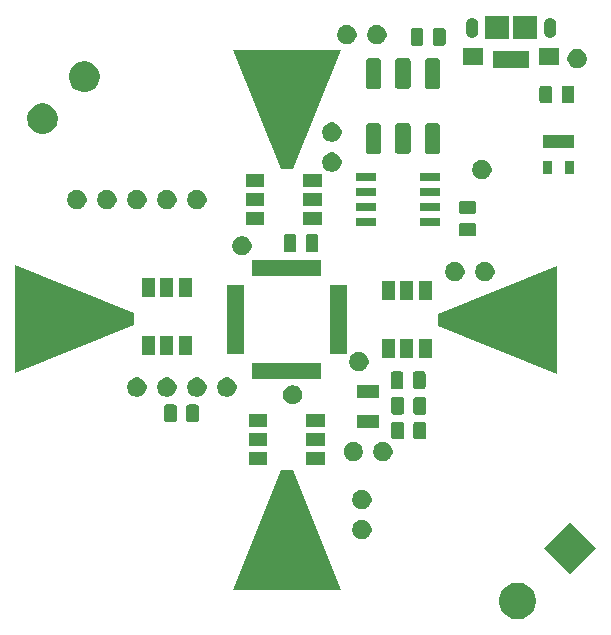
<source format=gbr>
G04 #@! TF.GenerationSoftware,KiCad,Pcbnew,(5.0.1-3-g963ef8bb5)*
G04 #@! TF.CreationDate,2019-03-08T12:42:58-05:00*
G04 #@! TF.ProjectId,badge,62616467652E6B696361645F70636200,rev?*
G04 #@! TF.SameCoordinates,Original*
G04 #@! TF.FileFunction,Soldermask,Top*
G04 #@! TF.FilePolarity,Negative*
%FSLAX46Y46*%
G04 Gerber Fmt 4.6, Leading zero omitted, Abs format (unit mm)*
G04 Created by KiCad (PCBNEW (5.0.1-3-g963ef8bb5)) date Friday, March 08, 2019 at 12:42:58 PM*
%MOMM*%
%LPD*%
G01*
G04 APERTURE LIST*
%ADD10C,0.100000*%
G04 APERTURE END LIST*
D10*
G36*
X174797409Y-116292259D02*
X174897292Y-116312127D01*
X175179556Y-116429044D01*
X175433587Y-116598782D01*
X175649623Y-116814818D01*
X175819361Y-117068849D01*
X175936278Y-117351113D01*
X175995882Y-117650763D01*
X175995882Y-117956283D01*
X175936278Y-118255933D01*
X175819361Y-118538197D01*
X175649623Y-118792228D01*
X175433587Y-119008264D01*
X175179556Y-119178002D01*
X174897292Y-119294919D01*
X174797409Y-119314787D01*
X174597644Y-119354523D01*
X174292120Y-119354523D01*
X174092355Y-119314787D01*
X173992472Y-119294919D01*
X173710208Y-119178002D01*
X173456177Y-119008264D01*
X173240141Y-118792228D01*
X173070403Y-118538197D01*
X172953486Y-118255933D01*
X172893882Y-117956283D01*
X172893882Y-117650763D01*
X172953486Y-117351113D01*
X173070403Y-117068849D01*
X173240141Y-116814818D01*
X173456177Y-116598782D01*
X173710208Y-116429044D01*
X173992472Y-116312127D01*
X174092355Y-116292259D01*
X174292120Y-116252523D01*
X174597644Y-116252523D01*
X174797409Y-116292259D01*
X174797409Y-116292259D01*
G37*
G36*
X159515329Y-116836400D02*
X150364671Y-116836400D01*
X154405471Y-106734400D01*
X155474529Y-106734400D01*
X159515329Y-116836400D01*
X159515329Y-116836400D01*
G37*
G36*
X181128456Y-113313395D02*
X178935010Y-115506841D01*
X176741564Y-113313395D01*
X178935010Y-111119949D01*
X181128456Y-113313395D01*
X181128456Y-113313395D01*
G37*
G36*
X161527142Y-110978242D02*
X161675102Y-111039530D01*
X161808258Y-111128502D01*
X161921498Y-111241742D01*
X162010470Y-111374898D01*
X162071758Y-111522858D01*
X162103000Y-111679925D01*
X162103000Y-111840075D01*
X162071758Y-111997142D01*
X162010470Y-112145102D01*
X161921498Y-112278258D01*
X161808258Y-112391498D01*
X161675102Y-112480470D01*
X161527142Y-112541758D01*
X161370075Y-112573000D01*
X161209925Y-112573000D01*
X161052858Y-112541758D01*
X160904898Y-112480470D01*
X160771742Y-112391498D01*
X160658502Y-112278258D01*
X160569530Y-112145102D01*
X160508242Y-111997142D01*
X160477000Y-111840075D01*
X160477000Y-111679925D01*
X160508242Y-111522858D01*
X160569530Y-111374898D01*
X160658502Y-111241742D01*
X160771742Y-111128502D01*
X160904898Y-111039530D01*
X161052858Y-110978242D01*
X161209925Y-110947000D01*
X161370075Y-110947000D01*
X161527142Y-110978242D01*
X161527142Y-110978242D01*
G37*
G36*
X161527142Y-108438242D02*
X161675102Y-108499530D01*
X161808258Y-108588502D01*
X161921498Y-108701742D01*
X162010470Y-108834898D01*
X162071758Y-108982858D01*
X162103000Y-109139925D01*
X162103000Y-109300075D01*
X162071758Y-109457142D01*
X162010470Y-109605102D01*
X161921498Y-109738258D01*
X161808258Y-109851498D01*
X161675102Y-109940470D01*
X161527142Y-110001758D01*
X161370075Y-110033000D01*
X161209925Y-110033000D01*
X161052858Y-110001758D01*
X160904898Y-109940470D01*
X160771742Y-109851498D01*
X160658502Y-109738258D01*
X160569530Y-109605102D01*
X160508242Y-109457142D01*
X160477000Y-109300075D01*
X160477000Y-109139925D01*
X160508242Y-108982858D01*
X160569530Y-108834898D01*
X160658502Y-108701742D01*
X160771742Y-108588502D01*
X160904898Y-108499530D01*
X161052858Y-108438242D01*
X161209925Y-108407000D01*
X161370075Y-108407000D01*
X161527142Y-108438242D01*
X161527142Y-108438242D01*
G37*
G36*
X158191000Y-106291000D02*
X156589000Y-106291000D01*
X156589000Y-105189000D01*
X158191000Y-105189000D01*
X158191000Y-106291000D01*
X158191000Y-106291000D01*
G37*
G36*
X153291000Y-106291000D02*
X151689000Y-106291000D01*
X151689000Y-105189000D01*
X153291000Y-105189000D01*
X153291000Y-106291000D01*
X153291000Y-106291000D01*
G37*
G36*
X163305142Y-104374242D02*
X163453102Y-104435530D01*
X163586258Y-104524502D01*
X163699498Y-104637742D01*
X163788470Y-104770898D01*
X163849758Y-104918858D01*
X163881000Y-105075925D01*
X163881000Y-105236075D01*
X163849758Y-105393142D01*
X163788470Y-105541102D01*
X163699498Y-105674258D01*
X163586258Y-105787498D01*
X163453102Y-105876470D01*
X163305142Y-105937758D01*
X163148075Y-105969000D01*
X162987925Y-105969000D01*
X162830858Y-105937758D01*
X162682898Y-105876470D01*
X162549742Y-105787498D01*
X162436502Y-105674258D01*
X162347530Y-105541102D01*
X162286242Y-105393142D01*
X162255000Y-105236075D01*
X162255000Y-105075925D01*
X162286242Y-104918858D01*
X162347530Y-104770898D01*
X162436502Y-104637742D01*
X162549742Y-104524502D01*
X162682898Y-104435530D01*
X162830858Y-104374242D01*
X162987925Y-104343000D01*
X163148075Y-104343000D01*
X163305142Y-104374242D01*
X163305142Y-104374242D01*
G37*
G36*
X160790542Y-104374242D02*
X160938502Y-104435530D01*
X161071658Y-104524502D01*
X161184898Y-104637742D01*
X161273870Y-104770898D01*
X161335158Y-104918858D01*
X161366400Y-105075925D01*
X161366400Y-105236075D01*
X161335158Y-105393142D01*
X161273870Y-105541102D01*
X161184898Y-105674258D01*
X161071658Y-105787498D01*
X160938502Y-105876470D01*
X160790542Y-105937758D01*
X160633475Y-105969000D01*
X160473325Y-105969000D01*
X160316258Y-105937758D01*
X160168298Y-105876470D01*
X160035142Y-105787498D01*
X159921902Y-105674258D01*
X159832930Y-105541102D01*
X159771642Y-105393142D01*
X159740400Y-105236075D01*
X159740400Y-105075925D01*
X159771642Y-104918858D01*
X159832930Y-104770898D01*
X159921902Y-104637742D01*
X160035142Y-104524502D01*
X160168298Y-104435530D01*
X160316258Y-104374242D01*
X160473325Y-104343000D01*
X160633475Y-104343000D01*
X160790542Y-104374242D01*
X160790542Y-104374242D01*
G37*
G36*
X158191000Y-104691000D02*
X156589000Y-104691000D01*
X156589000Y-103589000D01*
X158191000Y-103589000D01*
X158191000Y-104691000D01*
X158191000Y-104691000D01*
G37*
G36*
X153291000Y-104691000D02*
X151689000Y-104691000D01*
X151689000Y-103589000D01*
X153291000Y-103589000D01*
X153291000Y-104691000D01*
X153291000Y-104691000D01*
G37*
G36*
X166561866Y-102631565D02*
X166600537Y-102643296D01*
X166636179Y-102662348D01*
X166667417Y-102687983D01*
X166693052Y-102719221D01*
X166712104Y-102754863D01*
X166723835Y-102793534D01*
X166728400Y-102839888D01*
X166728400Y-103916112D01*
X166723835Y-103962466D01*
X166712104Y-104001137D01*
X166693052Y-104036779D01*
X166667417Y-104068017D01*
X166636179Y-104093652D01*
X166600537Y-104112704D01*
X166561866Y-104124435D01*
X166515512Y-104129000D01*
X165864288Y-104129000D01*
X165817934Y-104124435D01*
X165779263Y-104112704D01*
X165743621Y-104093652D01*
X165712383Y-104068017D01*
X165686748Y-104036779D01*
X165667696Y-104001137D01*
X165655965Y-103962466D01*
X165651400Y-103916112D01*
X165651400Y-102839888D01*
X165655965Y-102793534D01*
X165667696Y-102754863D01*
X165686748Y-102719221D01*
X165712383Y-102687983D01*
X165743621Y-102662348D01*
X165779263Y-102643296D01*
X165817934Y-102631565D01*
X165864288Y-102627000D01*
X166515512Y-102627000D01*
X166561866Y-102631565D01*
X166561866Y-102631565D01*
G37*
G36*
X164686866Y-102631565D02*
X164725537Y-102643296D01*
X164761179Y-102662348D01*
X164792417Y-102687983D01*
X164818052Y-102719221D01*
X164837104Y-102754863D01*
X164848835Y-102793534D01*
X164853400Y-102839888D01*
X164853400Y-103916112D01*
X164848835Y-103962466D01*
X164837104Y-104001137D01*
X164818052Y-104036779D01*
X164792417Y-104068017D01*
X164761179Y-104093652D01*
X164725537Y-104112704D01*
X164686866Y-104124435D01*
X164640512Y-104129000D01*
X163989288Y-104129000D01*
X163942934Y-104124435D01*
X163904263Y-104112704D01*
X163868621Y-104093652D01*
X163837383Y-104068017D01*
X163811748Y-104036779D01*
X163792696Y-104001137D01*
X163780965Y-103962466D01*
X163776400Y-103916112D01*
X163776400Y-102839888D01*
X163780965Y-102793534D01*
X163792696Y-102754863D01*
X163811748Y-102719221D01*
X163837383Y-102687983D01*
X163868621Y-102662348D01*
X163904263Y-102643296D01*
X163942934Y-102631565D01*
X163989288Y-102627000D01*
X164640512Y-102627000D01*
X164686866Y-102631565D01*
X164686866Y-102631565D01*
G37*
G36*
X162749000Y-103147000D02*
X160847000Y-103147000D01*
X160847000Y-102045000D01*
X162749000Y-102045000D01*
X162749000Y-103147000D01*
X162749000Y-103147000D01*
G37*
G36*
X153291000Y-103091000D02*
X151689000Y-103091000D01*
X151689000Y-101989000D01*
X153291000Y-101989000D01*
X153291000Y-103091000D01*
X153291000Y-103091000D01*
G37*
G36*
X158191000Y-103091000D02*
X156589000Y-103091000D01*
X156589000Y-101989000D01*
X158191000Y-101989000D01*
X158191000Y-103091000D01*
X158191000Y-103091000D01*
G37*
G36*
X147310966Y-101171065D02*
X147349637Y-101182796D01*
X147385279Y-101201848D01*
X147416517Y-101227483D01*
X147442152Y-101258721D01*
X147461204Y-101294363D01*
X147472935Y-101333034D01*
X147477500Y-101379388D01*
X147477500Y-102455612D01*
X147472935Y-102501966D01*
X147461204Y-102540637D01*
X147442152Y-102576279D01*
X147416517Y-102607517D01*
X147385279Y-102633152D01*
X147349637Y-102652204D01*
X147310966Y-102663935D01*
X147264612Y-102668500D01*
X146613388Y-102668500D01*
X146567034Y-102663935D01*
X146528363Y-102652204D01*
X146492721Y-102633152D01*
X146461483Y-102607517D01*
X146435848Y-102576279D01*
X146416796Y-102540637D01*
X146405065Y-102501966D01*
X146400500Y-102455612D01*
X146400500Y-101379388D01*
X146405065Y-101333034D01*
X146416796Y-101294363D01*
X146435848Y-101258721D01*
X146461483Y-101227483D01*
X146492721Y-101201848D01*
X146528363Y-101182796D01*
X146567034Y-101171065D01*
X146613388Y-101166500D01*
X147264612Y-101166500D01*
X147310966Y-101171065D01*
X147310966Y-101171065D01*
G37*
G36*
X145435966Y-101171065D02*
X145474637Y-101182796D01*
X145510279Y-101201848D01*
X145541517Y-101227483D01*
X145567152Y-101258721D01*
X145586204Y-101294363D01*
X145597935Y-101333034D01*
X145602500Y-101379388D01*
X145602500Y-102455612D01*
X145597935Y-102501966D01*
X145586204Y-102540637D01*
X145567152Y-102576279D01*
X145541517Y-102607517D01*
X145510279Y-102633152D01*
X145474637Y-102652204D01*
X145435966Y-102663935D01*
X145389612Y-102668500D01*
X144738388Y-102668500D01*
X144692034Y-102663935D01*
X144653363Y-102652204D01*
X144617721Y-102633152D01*
X144586483Y-102607517D01*
X144560848Y-102576279D01*
X144541796Y-102540637D01*
X144530065Y-102501966D01*
X144525500Y-102455612D01*
X144525500Y-101379388D01*
X144530065Y-101333034D01*
X144541796Y-101294363D01*
X144560848Y-101258721D01*
X144586483Y-101227483D01*
X144617721Y-101201848D01*
X144653363Y-101182796D01*
X144692034Y-101171065D01*
X144738388Y-101166500D01*
X145389612Y-101166500D01*
X145435966Y-101171065D01*
X145435966Y-101171065D01*
G37*
G36*
X166561966Y-100523365D02*
X166600637Y-100535096D01*
X166636279Y-100554148D01*
X166667517Y-100579783D01*
X166693152Y-100611021D01*
X166712204Y-100646663D01*
X166723935Y-100685334D01*
X166728500Y-100731688D01*
X166728500Y-101807912D01*
X166723935Y-101854266D01*
X166712204Y-101892937D01*
X166693152Y-101928579D01*
X166667517Y-101959817D01*
X166636279Y-101985452D01*
X166600637Y-102004504D01*
X166561966Y-102016235D01*
X166515612Y-102020800D01*
X165864388Y-102020800D01*
X165818034Y-102016235D01*
X165779363Y-102004504D01*
X165743721Y-101985452D01*
X165712483Y-101959817D01*
X165686848Y-101928579D01*
X165667796Y-101892937D01*
X165656065Y-101854266D01*
X165651500Y-101807912D01*
X165651500Y-100731688D01*
X165656065Y-100685334D01*
X165667796Y-100646663D01*
X165686848Y-100611021D01*
X165712483Y-100579783D01*
X165743721Y-100554148D01*
X165779363Y-100535096D01*
X165818034Y-100523365D01*
X165864388Y-100518800D01*
X166515612Y-100518800D01*
X166561966Y-100523365D01*
X166561966Y-100523365D01*
G37*
G36*
X164686966Y-100523365D02*
X164725637Y-100535096D01*
X164761279Y-100554148D01*
X164792517Y-100579783D01*
X164818152Y-100611021D01*
X164837204Y-100646663D01*
X164848935Y-100685334D01*
X164853500Y-100731688D01*
X164853500Y-101807912D01*
X164848935Y-101854266D01*
X164837204Y-101892937D01*
X164818152Y-101928579D01*
X164792517Y-101959817D01*
X164761279Y-101985452D01*
X164725637Y-102004504D01*
X164686966Y-102016235D01*
X164640612Y-102020800D01*
X163989388Y-102020800D01*
X163943034Y-102016235D01*
X163904363Y-102004504D01*
X163868721Y-101985452D01*
X163837483Y-101959817D01*
X163811848Y-101928579D01*
X163792796Y-101892937D01*
X163781065Y-101854266D01*
X163776500Y-101807912D01*
X163776500Y-100731688D01*
X163781065Y-100685334D01*
X163792796Y-100646663D01*
X163811848Y-100611021D01*
X163837483Y-100579783D01*
X163868721Y-100554148D01*
X163904363Y-100535096D01*
X163943034Y-100523365D01*
X163989388Y-100518800D01*
X164640612Y-100518800D01*
X164686966Y-100523365D01*
X164686966Y-100523365D01*
G37*
G36*
X155662142Y-99568242D02*
X155810102Y-99629530D01*
X155833371Y-99645078D01*
X155943257Y-99718501D01*
X156056499Y-99831743D01*
X156073125Y-99856626D01*
X156145470Y-99964898D01*
X156206758Y-100112858D01*
X156238000Y-100269925D01*
X156238000Y-100430075D01*
X156206758Y-100587142D01*
X156145470Y-100735102D01*
X156056498Y-100868258D01*
X155943258Y-100981498D01*
X155810102Y-101070470D01*
X155662142Y-101131758D01*
X155505075Y-101163000D01*
X155344925Y-101163000D01*
X155187858Y-101131758D01*
X155039898Y-101070470D01*
X154906742Y-100981498D01*
X154793502Y-100868258D01*
X154704530Y-100735102D01*
X154643242Y-100587142D01*
X154612000Y-100430075D01*
X154612000Y-100269925D01*
X154643242Y-100112858D01*
X154704530Y-99964898D01*
X154776875Y-99856626D01*
X154793501Y-99831743D01*
X154906743Y-99718501D01*
X155016629Y-99645078D01*
X155039898Y-99629530D01*
X155187858Y-99568242D01*
X155344925Y-99537000D01*
X155505075Y-99537000D01*
X155662142Y-99568242D01*
X155662142Y-99568242D01*
G37*
G36*
X162749000Y-100647000D02*
X160847000Y-100647000D01*
X160847000Y-99545000D01*
X162749000Y-99545000D01*
X162749000Y-100647000D01*
X162749000Y-100647000D01*
G37*
G36*
X142477142Y-98913242D02*
X142625102Y-98974530D01*
X142758258Y-99063502D01*
X142871498Y-99176742D01*
X142960470Y-99309898D01*
X143021758Y-99457858D01*
X143053000Y-99614925D01*
X143053000Y-99775075D01*
X143021758Y-99932142D01*
X142960470Y-100080102D01*
X142871498Y-100213258D01*
X142758258Y-100326498D01*
X142625102Y-100415470D01*
X142477142Y-100476758D01*
X142320075Y-100508000D01*
X142159925Y-100508000D01*
X142002858Y-100476758D01*
X141854898Y-100415470D01*
X141721742Y-100326498D01*
X141608502Y-100213258D01*
X141519530Y-100080102D01*
X141458242Y-99932142D01*
X141427000Y-99775075D01*
X141427000Y-99614925D01*
X141458242Y-99457858D01*
X141519530Y-99309898D01*
X141608502Y-99176742D01*
X141721742Y-99063502D01*
X141854898Y-98974530D01*
X142002858Y-98913242D01*
X142159925Y-98882000D01*
X142320075Y-98882000D01*
X142477142Y-98913242D01*
X142477142Y-98913242D01*
G37*
G36*
X145017142Y-98913242D02*
X145165102Y-98974530D01*
X145298258Y-99063502D01*
X145411498Y-99176742D01*
X145500470Y-99309898D01*
X145561758Y-99457858D01*
X145593000Y-99614925D01*
X145593000Y-99775075D01*
X145561758Y-99932142D01*
X145500470Y-100080102D01*
X145411498Y-100213258D01*
X145298258Y-100326498D01*
X145165102Y-100415470D01*
X145017142Y-100476758D01*
X144860075Y-100508000D01*
X144699925Y-100508000D01*
X144542858Y-100476758D01*
X144394898Y-100415470D01*
X144261742Y-100326498D01*
X144148502Y-100213258D01*
X144059530Y-100080102D01*
X143998242Y-99932142D01*
X143967000Y-99775075D01*
X143967000Y-99614925D01*
X143998242Y-99457858D01*
X144059530Y-99309898D01*
X144148502Y-99176742D01*
X144261742Y-99063502D01*
X144394898Y-98974530D01*
X144542858Y-98913242D01*
X144699925Y-98882000D01*
X144860075Y-98882000D01*
X145017142Y-98913242D01*
X145017142Y-98913242D01*
G37*
G36*
X147557142Y-98913242D02*
X147705102Y-98974530D01*
X147838258Y-99063502D01*
X147951498Y-99176742D01*
X148040470Y-99309898D01*
X148101758Y-99457858D01*
X148133000Y-99614925D01*
X148133000Y-99775075D01*
X148101758Y-99932142D01*
X148040470Y-100080102D01*
X147951498Y-100213258D01*
X147838258Y-100326498D01*
X147705102Y-100415470D01*
X147557142Y-100476758D01*
X147400075Y-100508000D01*
X147239925Y-100508000D01*
X147082858Y-100476758D01*
X146934898Y-100415470D01*
X146801742Y-100326498D01*
X146688502Y-100213258D01*
X146599530Y-100080102D01*
X146538242Y-99932142D01*
X146507000Y-99775075D01*
X146507000Y-99614925D01*
X146538242Y-99457858D01*
X146599530Y-99309898D01*
X146688502Y-99176742D01*
X146801742Y-99063502D01*
X146934898Y-98974530D01*
X147082858Y-98913242D01*
X147239925Y-98882000D01*
X147400075Y-98882000D01*
X147557142Y-98913242D01*
X147557142Y-98913242D01*
G37*
G36*
X150097142Y-98913242D02*
X150245102Y-98974530D01*
X150378258Y-99063502D01*
X150491498Y-99176742D01*
X150580470Y-99309898D01*
X150641758Y-99457858D01*
X150673000Y-99614925D01*
X150673000Y-99775075D01*
X150641758Y-99932142D01*
X150580470Y-100080102D01*
X150491498Y-100213258D01*
X150378258Y-100326498D01*
X150245102Y-100415470D01*
X150097142Y-100476758D01*
X149940075Y-100508000D01*
X149779925Y-100508000D01*
X149622858Y-100476758D01*
X149474898Y-100415470D01*
X149341742Y-100326498D01*
X149228502Y-100213258D01*
X149139530Y-100080102D01*
X149078242Y-99932142D01*
X149047000Y-99775075D01*
X149047000Y-99614925D01*
X149078242Y-99457858D01*
X149139530Y-99309898D01*
X149228502Y-99176742D01*
X149341742Y-99063502D01*
X149474898Y-98974530D01*
X149622858Y-98913242D01*
X149779925Y-98882000D01*
X149940075Y-98882000D01*
X150097142Y-98913242D01*
X150097142Y-98913242D01*
G37*
G36*
X164633766Y-98364365D02*
X164672437Y-98376096D01*
X164708079Y-98395148D01*
X164739317Y-98420783D01*
X164764952Y-98452021D01*
X164784004Y-98487663D01*
X164795735Y-98526334D01*
X164800300Y-98572688D01*
X164800300Y-99648912D01*
X164795735Y-99695266D01*
X164784004Y-99733937D01*
X164764952Y-99769579D01*
X164739317Y-99800817D01*
X164708079Y-99826452D01*
X164672437Y-99845504D01*
X164633766Y-99857235D01*
X164587412Y-99861800D01*
X163936188Y-99861800D01*
X163889834Y-99857235D01*
X163851163Y-99845504D01*
X163815521Y-99826452D01*
X163784283Y-99800817D01*
X163758648Y-99769579D01*
X163739596Y-99733937D01*
X163727865Y-99695266D01*
X163723300Y-99648912D01*
X163723300Y-98572688D01*
X163727865Y-98526334D01*
X163739596Y-98487663D01*
X163758648Y-98452021D01*
X163784283Y-98420783D01*
X163815521Y-98395148D01*
X163851163Y-98376096D01*
X163889834Y-98364365D01*
X163936188Y-98359800D01*
X164587412Y-98359800D01*
X164633766Y-98364365D01*
X164633766Y-98364365D01*
G37*
G36*
X166508766Y-98364365D02*
X166547437Y-98376096D01*
X166583079Y-98395148D01*
X166614317Y-98420783D01*
X166639952Y-98452021D01*
X166659004Y-98487663D01*
X166670735Y-98526334D01*
X166675300Y-98572688D01*
X166675300Y-99648912D01*
X166670735Y-99695266D01*
X166659004Y-99733937D01*
X166639952Y-99769579D01*
X166614317Y-99800817D01*
X166583079Y-99826452D01*
X166547437Y-99845504D01*
X166508766Y-99857235D01*
X166462412Y-99861800D01*
X165811188Y-99861800D01*
X165764834Y-99857235D01*
X165726163Y-99845504D01*
X165690521Y-99826452D01*
X165659283Y-99800817D01*
X165633648Y-99769579D01*
X165614596Y-99733937D01*
X165602865Y-99695266D01*
X165598300Y-99648912D01*
X165598300Y-98572688D01*
X165602865Y-98526334D01*
X165614596Y-98487663D01*
X165633648Y-98452021D01*
X165659283Y-98420783D01*
X165690521Y-98395148D01*
X165726163Y-98376096D01*
X165764834Y-98364365D01*
X165811188Y-98359800D01*
X166462412Y-98359800D01*
X166508766Y-98364365D01*
X166508766Y-98364365D01*
G37*
G36*
X157866000Y-99031000D02*
X152014000Y-99031000D01*
X152014000Y-97629000D01*
X157866000Y-97629000D01*
X157866000Y-99031000D01*
X157866000Y-99031000D01*
G37*
G36*
X177847200Y-98580729D02*
X167745200Y-94539929D01*
X167745200Y-93470871D01*
X177847200Y-89430071D01*
X177847200Y-98580729D01*
X177847200Y-98580729D01*
G37*
G36*
X142033200Y-93394671D02*
X142033200Y-94463729D01*
X131931200Y-98504529D01*
X131931200Y-89353871D01*
X142033200Y-93394671D01*
X142033200Y-93394671D01*
G37*
G36*
X161273142Y-96754242D02*
X161421102Y-96815530D01*
X161554258Y-96904502D01*
X161667498Y-97017742D01*
X161756470Y-97150898D01*
X161817758Y-97298858D01*
X161849000Y-97455925D01*
X161849000Y-97616075D01*
X161817758Y-97773142D01*
X161756470Y-97921102D01*
X161667498Y-98054258D01*
X161554258Y-98167498D01*
X161421102Y-98256470D01*
X161273142Y-98317758D01*
X161116075Y-98349000D01*
X160955925Y-98349000D01*
X160798858Y-98317758D01*
X160650898Y-98256470D01*
X160517742Y-98167498D01*
X160404502Y-98054258D01*
X160315530Y-97921102D01*
X160254242Y-97773142D01*
X160223000Y-97616075D01*
X160223000Y-97455925D01*
X160254242Y-97298858D01*
X160315530Y-97150898D01*
X160404502Y-97017742D01*
X160517742Y-96904502D01*
X160650898Y-96815530D01*
X160798858Y-96754242D01*
X160955925Y-96723000D01*
X161116075Y-96723000D01*
X161273142Y-96754242D01*
X161273142Y-96754242D01*
G37*
G36*
X167251000Y-97231000D02*
X166149000Y-97231000D01*
X166149000Y-95629000D01*
X167251000Y-95629000D01*
X167251000Y-97231000D01*
X167251000Y-97231000D01*
G37*
G36*
X165651000Y-97231000D02*
X164549000Y-97231000D01*
X164549000Y-95629000D01*
X165651000Y-95629000D01*
X165651000Y-97231000D01*
X165651000Y-97231000D01*
G37*
G36*
X164051000Y-97231000D02*
X162949000Y-97231000D01*
X162949000Y-95629000D01*
X164051000Y-95629000D01*
X164051000Y-97231000D01*
X164051000Y-97231000D01*
G37*
G36*
X145331000Y-96977000D02*
X144229000Y-96977000D01*
X144229000Y-95375000D01*
X145331000Y-95375000D01*
X145331000Y-96977000D01*
X145331000Y-96977000D01*
G37*
G36*
X143731000Y-96977000D02*
X142629000Y-96977000D01*
X142629000Y-95375000D01*
X143731000Y-95375000D01*
X143731000Y-96977000D01*
X143731000Y-96977000D01*
G37*
G36*
X146931000Y-96977000D02*
X145829000Y-96977000D01*
X145829000Y-95375000D01*
X146931000Y-95375000D01*
X146931000Y-96977000D01*
X146931000Y-96977000D01*
G37*
G36*
X159991000Y-96906000D02*
X158589000Y-96906000D01*
X158589000Y-91054000D01*
X159991000Y-91054000D01*
X159991000Y-96906000D01*
X159991000Y-96906000D01*
G37*
G36*
X151291000Y-96906000D02*
X149889000Y-96906000D01*
X149889000Y-91054000D01*
X151291000Y-91054000D01*
X151291000Y-96906000D01*
X151291000Y-96906000D01*
G37*
G36*
X167251000Y-92331000D02*
X166149000Y-92331000D01*
X166149000Y-90729000D01*
X167251000Y-90729000D01*
X167251000Y-92331000D01*
X167251000Y-92331000D01*
G37*
G36*
X165651000Y-92331000D02*
X164549000Y-92331000D01*
X164549000Y-90729000D01*
X165651000Y-90729000D01*
X165651000Y-92331000D01*
X165651000Y-92331000D01*
G37*
G36*
X164051000Y-92331000D02*
X162949000Y-92331000D01*
X162949000Y-90729000D01*
X164051000Y-90729000D01*
X164051000Y-92331000D01*
X164051000Y-92331000D01*
G37*
G36*
X145331000Y-92077000D02*
X144229000Y-92077000D01*
X144229000Y-90475000D01*
X145331000Y-90475000D01*
X145331000Y-92077000D01*
X145331000Y-92077000D01*
G37*
G36*
X143731000Y-92077000D02*
X142629000Y-92077000D01*
X142629000Y-90475000D01*
X143731000Y-90475000D01*
X143731000Y-92077000D01*
X143731000Y-92077000D01*
G37*
G36*
X146931000Y-92077000D02*
X145829000Y-92077000D01*
X145829000Y-90475000D01*
X146931000Y-90475000D01*
X146931000Y-92077000D01*
X146931000Y-92077000D01*
G37*
G36*
X171941142Y-89134242D02*
X172089102Y-89195530D01*
X172222258Y-89284502D01*
X172335498Y-89397742D01*
X172424470Y-89530898D01*
X172485758Y-89678858D01*
X172517000Y-89835925D01*
X172517000Y-89996075D01*
X172485758Y-90153142D01*
X172424470Y-90301102D01*
X172335498Y-90434258D01*
X172222258Y-90547498D01*
X172089102Y-90636470D01*
X171941142Y-90697758D01*
X171784075Y-90729000D01*
X171623925Y-90729000D01*
X171466858Y-90697758D01*
X171318898Y-90636470D01*
X171185742Y-90547498D01*
X171072502Y-90434258D01*
X170983530Y-90301102D01*
X170922242Y-90153142D01*
X170891000Y-89996075D01*
X170891000Y-89835925D01*
X170922242Y-89678858D01*
X170983530Y-89530898D01*
X171072502Y-89397742D01*
X171185742Y-89284502D01*
X171318898Y-89195530D01*
X171466858Y-89134242D01*
X171623925Y-89103000D01*
X171784075Y-89103000D01*
X171941142Y-89134242D01*
X171941142Y-89134242D01*
G37*
G36*
X169401142Y-89134242D02*
X169549102Y-89195530D01*
X169682258Y-89284502D01*
X169795498Y-89397742D01*
X169884470Y-89530898D01*
X169945758Y-89678858D01*
X169977000Y-89835925D01*
X169977000Y-89996075D01*
X169945758Y-90153142D01*
X169884470Y-90301102D01*
X169795498Y-90434258D01*
X169682258Y-90547498D01*
X169549102Y-90636470D01*
X169401142Y-90697758D01*
X169244075Y-90729000D01*
X169083925Y-90729000D01*
X168926858Y-90697758D01*
X168778898Y-90636470D01*
X168645742Y-90547498D01*
X168532502Y-90434258D01*
X168443530Y-90301102D01*
X168382242Y-90153142D01*
X168351000Y-89996075D01*
X168351000Y-89835925D01*
X168382242Y-89678858D01*
X168443530Y-89530898D01*
X168532502Y-89397742D01*
X168645742Y-89284502D01*
X168778898Y-89195530D01*
X168926858Y-89134242D01*
X169083925Y-89103000D01*
X169244075Y-89103000D01*
X169401142Y-89134242D01*
X169401142Y-89134242D01*
G37*
G36*
X157866000Y-90331000D02*
X152014000Y-90331000D01*
X152014000Y-88929000D01*
X157866000Y-88929000D01*
X157866000Y-90331000D01*
X157866000Y-90331000D01*
G37*
G36*
X151367142Y-86949842D02*
X151515102Y-87011130D01*
X151648258Y-87100102D01*
X151761498Y-87213342D01*
X151850470Y-87346498D01*
X151911758Y-87494458D01*
X151943000Y-87651525D01*
X151943000Y-87811675D01*
X151911758Y-87968742D01*
X151850470Y-88116702D01*
X151761498Y-88249858D01*
X151648258Y-88363098D01*
X151515102Y-88452070D01*
X151367142Y-88513358D01*
X151210075Y-88544600D01*
X151049925Y-88544600D01*
X150892858Y-88513358D01*
X150744898Y-88452070D01*
X150611742Y-88363098D01*
X150498502Y-88249858D01*
X150409530Y-88116702D01*
X150348242Y-87968742D01*
X150317000Y-87811675D01*
X150317000Y-87651525D01*
X150348242Y-87494458D01*
X150409530Y-87346498D01*
X150498502Y-87213342D01*
X150611742Y-87100102D01*
X150744898Y-87011130D01*
X150892858Y-86949842D01*
X151049925Y-86918600D01*
X151210075Y-86918600D01*
X151367142Y-86949842D01*
X151367142Y-86949842D01*
G37*
G36*
X157440966Y-86756565D02*
X157479637Y-86768296D01*
X157515279Y-86787348D01*
X157546517Y-86812983D01*
X157572152Y-86844221D01*
X157591204Y-86879863D01*
X157602935Y-86918534D01*
X157607500Y-86964888D01*
X157607500Y-88041112D01*
X157602935Y-88087466D01*
X157591204Y-88126137D01*
X157572152Y-88161779D01*
X157546517Y-88193017D01*
X157515279Y-88218652D01*
X157479637Y-88237704D01*
X157440966Y-88249435D01*
X157394612Y-88254000D01*
X156743388Y-88254000D01*
X156697034Y-88249435D01*
X156658363Y-88237704D01*
X156622721Y-88218652D01*
X156591483Y-88193017D01*
X156565848Y-88161779D01*
X156546796Y-88126137D01*
X156535065Y-88087466D01*
X156530500Y-88041112D01*
X156530500Y-86964888D01*
X156535065Y-86918534D01*
X156546796Y-86879863D01*
X156565848Y-86844221D01*
X156591483Y-86812983D01*
X156622721Y-86787348D01*
X156658363Y-86768296D01*
X156697034Y-86756565D01*
X156743388Y-86752000D01*
X157394612Y-86752000D01*
X157440966Y-86756565D01*
X157440966Y-86756565D01*
G37*
G36*
X155565966Y-86756565D02*
X155604637Y-86768296D01*
X155640279Y-86787348D01*
X155671517Y-86812983D01*
X155697152Y-86844221D01*
X155716204Y-86879863D01*
X155727935Y-86918534D01*
X155732500Y-86964888D01*
X155732500Y-88041112D01*
X155727935Y-88087466D01*
X155716204Y-88126137D01*
X155697152Y-88161779D01*
X155671517Y-88193017D01*
X155640279Y-88218652D01*
X155604637Y-88237704D01*
X155565966Y-88249435D01*
X155519612Y-88254000D01*
X154868388Y-88254000D01*
X154822034Y-88249435D01*
X154783363Y-88237704D01*
X154747721Y-88218652D01*
X154716483Y-88193017D01*
X154690848Y-88161779D01*
X154671796Y-88126137D01*
X154660065Y-88087466D01*
X154655500Y-88041112D01*
X154655500Y-86964888D01*
X154660065Y-86918534D01*
X154671796Y-86879863D01*
X154690848Y-86844221D01*
X154716483Y-86812983D01*
X154747721Y-86787348D01*
X154783363Y-86768296D01*
X154822034Y-86756565D01*
X154868388Y-86752000D01*
X155519612Y-86752000D01*
X155565966Y-86756565D01*
X155565966Y-86756565D01*
G37*
G36*
X170815266Y-85823765D02*
X170853937Y-85835496D01*
X170889579Y-85854548D01*
X170920817Y-85880183D01*
X170946452Y-85911421D01*
X170965504Y-85947063D01*
X170977235Y-85985734D01*
X170981800Y-86032088D01*
X170981800Y-86683312D01*
X170977235Y-86729666D01*
X170965504Y-86768337D01*
X170946452Y-86803979D01*
X170920817Y-86835217D01*
X170889579Y-86860852D01*
X170853937Y-86879904D01*
X170815266Y-86891635D01*
X170768912Y-86896200D01*
X169692688Y-86896200D01*
X169646334Y-86891635D01*
X169607663Y-86879904D01*
X169572021Y-86860852D01*
X169540783Y-86835217D01*
X169515148Y-86803979D01*
X169496096Y-86768337D01*
X169484365Y-86729666D01*
X169479800Y-86683312D01*
X169479800Y-86032088D01*
X169484365Y-85985734D01*
X169496096Y-85947063D01*
X169515148Y-85911421D01*
X169540783Y-85880183D01*
X169572021Y-85854548D01*
X169607663Y-85835496D01*
X169646334Y-85823765D01*
X169692688Y-85819200D01*
X170768912Y-85819200D01*
X170815266Y-85823765D01*
X170815266Y-85823765D01*
G37*
G36*
X167864000Y-86076000D02*
X166212000Y-86076000D01*
X166212000Y-85374000D01*
X167864000Y-85374000D01*
X167864000Y-86076000D01*
X167864000Y-86076000D01*
G37*
G36*
X162464000Y-86076000D02*
X160812000Y-86076000D01*
X160812000Y-85374000D01*
X162464000Y-85374000D01*
X162464000Y-86076000D01*
X162464000Y-86076000D01*
G37*
G36*
X157937000Y-85971000D02*
X156335000Y-85971000D01*
X156335000Y-84869000D01*
X157937000Y-84869000D01*
X157937000Y-85971000D01*
X157937000Y-85971000D01*
G37*
G36*
X153037000Y-85971000D02*
X151435000Y-85971000D01*
X151435000Y-84869000D01*
X153037000Y-84869000D01*
X153037000Y-85971000D01*
X153037000Y-85971000D01*
G37*
G36*
X170815266Y-83948765D02*
X170853937Y-83960496D01*
X170889579Y-83979548D01*
X170920817Y-84005183D01*
X170946452Y-84036421D01*
X170965504Y-84072063D01*
X170977235Y-84110734D01*
X170981800Y-84157088D01*
X170981800Y-84808312D01*
X170977235Y-84854666D01*
X170965504Y-84893337D01*
X170946452Y-84928979D01*
X170920817Y-84960217D01*
X170889579Y-84985852D01*
X170853937Y-85004904D01*
X170815266Y-85016635D01*
X170768912Y-85021200D01*
X169692688Y-85021200D01*
X169646334Y-85016635D01*
X169607663Y-85004904D01*
X169572021Y-84985852D01*
X169540783Y-84960217D01*
X169515148Y-84928979D01*
X169496096Y-84893337D01*
X169484365Y-84854666D01*
X169479800Y-84808312D01*
X169479800Y-84157088D01*
X169484365Y-84110734D01*
X169496096Y-84072063D01*
X169515148Y-84036421D01*
X169540783Y-84005183D01*
X169572021Y-83979548D01*
X169607663Y-83960496D01*
X169646334Y-83948765D01*
X169692688Y-83944200D01*
X170768912Y-83944200D01*
X170815266Y-83948765D01*
X170815266Y-83948765D01*
G37*
G36*
X162464000Y-84806000D02*
X160812000Y-84806000D01*
X160812000Y-84104000D01*
X162464000Y-84104000D01*
X162464000Y-84806000D01*
X162464000Y-84806000D01*
G37*
G36*
X167864000Y-84806000D02*
X166212000Y-84806000D01*
X166212000Y-84104000D01*
X167864000Y-84104000D01*
X167864000Y-84806000D01*
X167864000Y-84806000D01*
G37*
G36*
X142477142Y-83038242D02*
X142625102Y-83099530D01*
X142758258Y-83188502D01*
X142871498Y-83301742D01*
X142960470Y-83434898D01*
X143021758Y-83582858D01*
X143053000Y-83739925D01*
X143053000Y-83900075D01*
X143021758Y-84057142D01*
X142960470Y-84205102D01*
X142871498Y-84338258D01*
X142758258Y-84451498D01*
X142625102Y-84540470D01*
X142477142Y-84601758D01*
X142320075Y-84633000D01*
X142159925Y-84633000D01*
X142002858Y-84601758D01*
X141854898Y-84540470D01*
X141721742Y-84451498D01*
X141608502Y-84338258D01*
X141519530Y-84205102D01*
X141458242Y-84057142D01*
X141427000Y-83900075D01*
X141427000Y-83739925D01*
X141458242Y-83582858D01*
X141519530Y-83434898D01*
X141608502Y-83301742D01*
X141721742Y-83188502D01*
X141854898Y-83099530D01*
X142002858Y-83038242D01*
X142159925Y-83007000D01*
X142320075Y-83007000D01*
X142477142Y-83038242D01*
X142477142Y-83038242D01*
G37*
G36*
X139937142Y-83038242D02*
X140085102Y-83099530D01*
X140218258Y-83188502D01*
X140331498Y-83301742D01*
X140420470Y-83434898D01*
X140481758Y-83582858D01*
X140513000Y-83739925D01*
X140513000Y-83900075D01*
X140481758Y-84057142D01*
X140420470Y-84205102D01*
X140331498Y-84338258D01*
X140218258Y-84451498D01*
X140085102Y-84540470D01*
X139937142Y-84601758D01*
X139780075Y-84633000D01*
X139619925Y-84633000D01*
X139462858Y-84601758D01*
X139314898Y-84540470D01*
X139181742Y-84451498D01*
X139068502Y-84338258D01*
X138979530Y-84205102D01*
X138918242Y-84057142D01*
X138887000Y-83900075D01*
X138887000Y-83739925D01*
X138918242Y-83582858D01*
X138979530Y-83434898D01*
X139068502Y-83301742D01*
X139181742Y-83188502D01*
X139314898Y-83099530D01*
X139462858Y-83038242D01*
X139619925Y-83007000D01*
X139780075Y-83007000D01*
X139937142Y-83038242D01*
X139937142Y-83038242D01*
G37*
G36*
X137397142Y-83038242D02*
X137545102Y-83099530D01*
X137678258Y-83188502D01*
X137791498Y-83301742D01*
X137880470Y-83434898D01*
X137941758Y-83582858D01*
X137973000Y-83739925D01*
X137973000Y-83900075D01*
X137941758Y-84057142D01*
X137880470Y-84205102D01*
X137791498Y-84338258D01*
X137678258Y-84451498D01*
X137545102Y-84540470D01*
X137397142Y-84601758D01*
X137240075Y-84633000D01*
X137079925Y-84633000D01*
X136922858Y-84601758D01*
X136774898Y-84540470D01*
X136641742Y-84451498D01*
X136528502Y-84338258D01*
X136439530Y-84205102D01*
X136378242Y-84057142D01*
X136347000Y-83900075D01*
X136347000Y-83739925D01*
X136378242Y-83582858D01*
X136439530Y-83434898D01*
X136528502Y-83301742D01*
X136641742Y-83188502D01*
X136774898Y-83099530D01*
X136922858Y-83038242D01*
X137079925Y-83007000D01*
X137240075Y-83007000D01*
X137397142Y-83038242D01*
X137397142Y-83038242D01*
G37*
G36*
X145017142Y-83038242D02*
X145165102Y-83099530D01*
X145298258Y-83188502D01*
X145411498Y-83301742D01*
X145500470Y-83434898D01*
X145561758Y-83582858D01*
X145593000Y-83739925D01*
X145593000Y-83900075D01*
X145561758Y-84057142D01*
X145500470Y-84205102D01*
X145411498Y-84338258D01*
X145298258Y-84451498D01*
X145165102Y-84540470D01*
X145017142Y-84601758D01*
X144860075Y-84633000D01*
X144699925Y-84633000D01*
X144542858Y-84601758D01*
X144394898Y-84540470D01*
X144261742Y-84451498D01*
X144148502Y-84338258D01*
X144059530Y-84205102D01*
X143998242Y-84057142D01*
X143967000Y-83900075D01*
X143967000Y-83739925D01*
X143998242Y-83582858D01*
X144059530Y-83434898D01*
X144148502Y-83301742D01*
X144261742Y-83188502D01*
X144394898Y-83099530D01*
X144542858Y-83038242D01*
X144699925Y-83007000D01*
X144860075Y-83007000D01*
X145017142Y-83038242D01*
X145017142Y-83038242D01*
G37*
G36*
X147557142Y-83038242D02*
X147705102Y-83099530D01*
X147838258Y-83188502D01*
X147951498Y-83301742D01*
X148040470Y-83434898D01*
X148101758Y-83582858D01*
X148133000Y-83739925D01*
X148133000Y-83900075D01*
X148101758Y-84057142D01*
X148040470Y-84205102D01*
X147951498Y-84338258D01*
X147838258Y-84451498D01*
X147705102Y-84540470D01*
X147557142Y-84601758D01*
X147400075Y-84633000D01*
X147239925Y-84633000D01*
X147082858Y-84601758D01*
X146934898Y-84540470D01*
X146801742Y-84451498D01*
X146688502Y-84338258D01*
X146599530Y-84205102D01*
X146538242Y-84057142D01*
X146507000Y-83900075D01*
X146507000Y-83739925D01*
X146538242Y-83582858D01*
X146599530Y-83434898D01*
X146688502Y-83301742D01*
X146801742Y-83188502D01*
X146934898Y-83099530D01*
X147082858Y-83038242D01*
X147239925Y-83007000D01*
X147400075Y-83007000D01*
X147557142Y-83038242D01*
X147557142Y-83038242D01*
G37*
G36*
X157937000Y-84371000D02*
X156335000Y-84371000D01*
X156335000Y-83269000D01*
X157937000Y-83269000D01*
X157937000Y-84371000D01*
X157937000Y-84371000D01*
G37*
G36*
X153037000Y-84371000D02*
X151435000Y-84371000D01*
X151435000Y-83269000D01*
X153037000Y-83269000D01*
X153037000Y-84371000D01*
X153037000Y-84371000D01*
G37*
G36*
X162464000Y-83536000D02*
X160812000Y-83536000D01*
X160812000Y-82834000D01*
X162464000Y-82834000D01*
X162464000Y-83536000D01*
X162464000Y-83536000D01*
G37*
G36*
X167864000Y-83536000D02*
X166212000Y-83536000D01*
X166212000Y-82834000D01*
X167864000Y-82834000D01*
X167864000Y-83536000D01*
X167864000Y-83536000D01*
G37*
G36*
X157937000Y-82771000D02*
X156335000Y-82771000D01*
X156335000Y-81669000D01*
X157937000Y-81669000D01*
X157937000Y-82771000D01*
X157937000Y-82771000D01*
G37*
G36*
X153037000Y-82771000D02*
X151435000Y-82771000D01*
X151435000Y-81669000D01*
X153037000Y-81669000D01*
X153037000Y-82771000D01*
X153037000Y-82771000D01*
G37*
G36*
X167864000Y-82266000D02*
X166212000Y-82266000D01*
X166212000Y-81564000D01*
X167864000Y-81564000D01*
X167864000Y-82266000D01*
X167864000Y-82266000D01*
G37*
G36*
X162464000Y-82266000D02*
X160812000Y-82266000D01*
X160812000Y-81564000D01*
X162464000Y-81564000D01*
X162464000Y-82266000D01*
X162464000Y-82266000D01*
G37*
G36*
X171687142Y-80498242D02*
X171835102Y-80559530D01*
X171968258Y-80648502D01*
X172081498Y-80761742D01*
X172170470Y-80894898D01*
X172231758Y-81042858D01*
X172263000Y-81199925D01*
X172263000Y-81360075D01*
X172231758Y-81517142D01*
X172170470Y-81665102D01*
X172081498Y-81798258D01*
X171968258Y-81911498D01*
X171835102Y-82000470D01*
X171687142Y-82061758D01*
X171530075Y-82093000D01*
X171369925Y-82093000D01*
X171212858Y-82061758D01*
X171064898Y-82000470D01*
X170931742Y-81911498D01*
X170818502Y-81798258D01*
X170729530Y-81665102D01*
X170668242Y-81517142D01*
X170637000Y-81360075D01*
X170637000Y-81199925D01*
X170668242Y-81042858D01*
X170729530Y-80894898D01*
X170818502Y-80761742D01*
X170931742Y-80648502D01*
X171064898Y-80559530D01*
X171212858Y-80498242D01*
X171369925Y-80467000D01*
X171530075Y-80467000D01*
X171687142Y-80498242D01*
X171687142Y-80498242D01*
G37*
G36*
X177353000Y-81691000D02*
X176601000Y-81691000D01*
X176601000Y-80529000D01*
X177353000Y-80529000D01*
X177353000Y-81691000D01*
X177353000Y-81691000D01*
G37*
G36*
X179253000Y-81691000D02*
X178501000Y-81691000D01*
X178501000Y-80529000D01*
X179253000Y-80529000D01*
X179253000Y-81691000D01*
X179253000Y-81691000D01*
G37*
G36*
X158987142Y-79863242D02*
X159135102Y-79924530D01*
X159268258Y-80013502D01*
X159381498Y-80126742D01*
X159470470Y-80259898D01*
X159531758Y-80407858D01*
X159563000Y-80564925D01*
X159563000Y-80725075D01*
X159531758Y-80882142D01*
X159470470Y-81030102D01*
X159381498Y-81163258D01*
X159268258Y-81276498D01*
X159135102Y-81365470D01*
X158987142Y-81426758D01*
X158830075Y-81458000D01*
X158669925Y-81458000D01*
X158512858Y-81426758D01*
X158364898Y-81365470D01*
X158231742Y-81276498D01*
X158118502Y-81163258D01*
X158029530Y-81030102D01*
X157968242Y-80882142D01*
X157937000Y-80725075D01*
X157937000Y-80564925D01*
X157968242Y-80407858D01*
X158029530Y-80259898D01*
X158118502Y-80126742D01*
X158231742Y-80013502D01*
X158364898Y-79924530D01*
X158512858Y-79863242D01*
X158669925Y-79832000D01*
X158830075Y-79832000D01*
X158987142Y-79863242D01*
X158987142Y-79863242D01*
G37*
G36*
X155474529Y-81225600D02*
X154405471Y-81225600D01*
X150364671Y-71123600D01*
X159515329Y-71123600D01*
X155474529Y-81225600D01*
X155474529Y-81225600D01*
G37*
G36*
X167698191Y-77356646D02*
X167747413Y-77371578D01*
X167792777Y-77395826D01*
X167832541Y-77428459D01*
X167865174Y-77468223D01*
X167889422Y-77513587D01*
X167904354Y-77562809D01*
X167910000Y-77620140D01*
X167910000Y-79683860D01*
X167904354Y-79741191D01*
X167889422Y-79790413D01*
X167865174Y-79835777D01*
X167832541Y-79875541D01*
X167792777Y-79908174D01*
X167747413Y-79932422D01*
X167698191Y-79947354D01*
X167640860Y-79953000D01*
X166877140Y-79953000D01*
X166819809Y-79947354D01*
X166770587Y-79932422D01*
X166725223Y-79908174D01*
X166685459Y-79875541D01*
X166652826Y-79835777D01*
X166628578Y-79790413D01*
X166613646Y-79741191D01*
X166608000Y-79683860D01*
X166608000Y-77620140D01*
X166613646Y-77562809D01*
X166628578Y-77513587D01*
X166652826Y-77468223D01*
X166685459Y-77428459D01*
X166725223Y-77395826D01*
X166770587Y-77371578D01*
X166819809Y-77356646D01*
X166877140Y-77351000D01*
X167640860Y-77351000D01*
X167698191Y-77356646D01*
X167698191Y-77356646D01*
G37*
G36*
X165198191Y-77356646D02*
X165247413Y-77371578D01*
X165292777Y-77395826D01*
X165332541Y-77428459D01*
X165365174Y-77468223D01*
X165389422Y-77513587D01*
X165404354Y-77562809D01*
X165410000Y-77620140D01*
X165410000Y-79683860D01*
X165404354Y-79741191D01*
X165389422Y-79790413D01*
X165365174Y-79835777D01*
X165332541Y-79875541D01*
X165292777Y-79908174D01*
X165247413Y-79932422D01*
X165198191Y-79947354D01*
X165140860Y-79953000D01*
X164377140Y-79953000D01*
X164319809Y-79947354D01*
X164270587Y-79932422D01*
X164225223Y-79908174D01*
X164185459Y-79875541D01*
X164152826Y-79835777D01*
X164128578Y-79790413D01*
X164113646Y-79741191D01*
X164108000Y-79683860D01*
X164108000Y-77620140D01*
X164113646Y-77562809D01*
X164128578Y-77513587D01*
X164152826Y-77468223D01*
X164185459Y-77428459D01*
X164225223Y-77395826D01*
X164270587Y-77371578D01*
X164319809Y-77356646D01*
X164377140Y-77351000D01*
X165140860Y-77351000D01*
X165198191Y-77356646D01*
X165198191Y-77356646D01*
G37*
G36*
X162698191Y-77356646D02*
X162747413Y-77371578D01*
X162792777Y-77395826D01*
X162832541Y-77428459D01*
X162865174Y-77468223D01*
X162889422Y-77513587D01*
X162904354Y-77562809D01*
X162910000Y-77620140D01*
X162910000Y-79683860D01*
X162904354Y-79741191D01*
X162889422Y-79790413D01*
X162865174Y-79835777D01*
X162832541Y-79875541D01*
X162792777Y-79908174D01*
X162747413Y-79932422D01*
X162698191Y-79947354D01*
X162640860Y-79953000D01*
X161877140Y-79953000D01*
X161819809Y-79947354D01*
X161770587Y-79932422D01*
X161725223Y-79908174D01*
X161685459Y-79875541D01*
X161652826Y-79835777D01*
X161628578Y-79790413D01*
X161613646Y-79741191D01*
X161608000Y-79683860D01*
X161608000Y-77620140D01*
X161613646Y-77562809D01*
X161628578Y-77513587D01*
X161652826Y-77468223D01*
X161685459Y-77428459D01*
X161725223Y-77395826D01*
X161770587Y-77371578D01*
X161819809Y-77356646D01*
X161877140Y-77351000D01*
X162640860Y-77351000D01*
X162698191Y-77356646D01*
X162698191Y-77356646D01*
G37*
G36*
X179253000Y-79491000D02*
X176601000Y-79491000D01*
X176601000Y-78329000D01*
X179253000Y-78329000D01*
X179253000Y-79491000D01*
X179253000Y-79491000D01*
G37*
G36*
X158987142Y-77323242D02*
X159135102Y-77384530D01*
X159167020Y-77405857D01*
X159260358Y-77468223D01*
X159268258Y-77473502D01*
X159381498Y-77586742D01*
X159470470Y-77719898D01*
X159531758Y-77867858D01*
X159563000Y-78024925D01*
X159563000Y-78185075D01*
X159531758Y-78342142D01*
X159470470Y-78490102D01*
X159381498Y-78623258D01*
X159268258Y-78736498D01*
X159135102Y-78825470D01*
X158987142Y-78886758D01*
X158830075Y-78918000D01*
X158669925Y-78918000D01*
X158512858Y-78886758D01*
X158364898Y-78825470D01*
X158231742Y-78736498D01*
X158118502Y-78623258D01*
X158029530Y-78490102D01*
X157968242Y-78342142D01*
X157937000Y-78185075D01*
X157937000Y-78024925D01*
X157968242Y-77867858D01*
X158029530Y-77719898D01*
X158118502Y-77586742D01*
X158231742Y-77473502D01*
X158239643Y-77468223D01*
X158332980Y-77405857D01*
X158364898Y-77384530D01*
X158512858Y-77323242D01*
X158669925Y-77292000D01*
X158830075Y-77292000D01*
X158987142Y-77323242D01*
X158987142Y-77323242D01*
G37*
G36*
X134628718Y-75700763D02*
X134628720Y-75700764D01*
X134628721Y-75700764D01*
X134865488Y-75798836D01*
X135078575Y-75941216D01*
X135259784Y-76122425D01*
X135402164Y-76335512D01*
X135500237Y-76572282D01*
X135550233Y-76823628D01*
X135550233Y-77079906D01*
X135508045Y-77292000D01*
X135500236Y-77331255D01*
X135443502Y-77468223D01*
X135402164Y-77568022D01*
X135259784Y-77781109D01*
X135078575Y-77962318D01*
X135078572Y-77962320D01*
X134865488Y-78104698D01*
X134628721Y-78202770D01*
X134628720Y-78202770D01*
X134628718Y-78202771D01*
X134377372Y-78252767D01*
X134121094Y-78252767D01*
X133869748Y-78202771D01*
X133869746Y-78202770D01*
X133869745Y-78202770D01*
X133632978Y-78104698D01*
X133419894Y-77962320D01*
X133419891Y-77962318D01*
X133238682Y-77781109D01*
X133096302Y-77568022D01*
X133054964Y-77468223D01*
X132998230Y-77331255D01*
X132990422Y-77292000D01*
X132948233Y-77079906D01*
X132948233Y-76823628D01*
X132998229Y-76572282D01*
X133096302Y-76335512D01*
X133238682Y-76122425D01*
X133419891Y-75941216D01*
X133632978Y-75798836D01*
X133869745Y-75700764D01*
X133869746Y-75700764D01*
X133869748Y-75700763D01*
X134121094Y-75650767D01*
X134377372Y-75650767D01*
X134628718Y-75700763D01*
X134628718Y-75700763D01*
G37*
G36*
X179109466Y-74183565D02*
X179148137Y-74195296D01*
X179183779Y-74214348D01*
X179215017Y-74239983D01*
X179240652Y-74271221D01*
X179259704Y-74306863D01*
X179271435Y-74345534D01*
X179276000Y-74391888D01*
X179276000Y-75468112D01*
X179271435Y-75514466D01*
X179259704Y-75553137D01*
X179240652Y-75588779D01*
X179215017Y-75620017D01*
X179183779Y-75645652D01*
X179148137Y-75664704D01*
X179109466Y-75676435D01*
X179063112Y-75681000D01*
X178411888Y-75681000D01*
X178365534Y-75676435D01*
X178326863Y-75664704D01*
X178291221Y-75645652D01*
X178259983Y-75620017D01*
X178234348Y-75588779D01*
X178215296Y-75553137D01*
X178203565Y-75514466D01*
X178199000Y-75468112D01*
X178199000Y-74391888D01*
X178203565Y-74345534D01*
X178215296Y-74306863D01*
X178234348Y-74271221D01*
X178259983Y-74239983D01*
X178291221Y-74214348D01*
X178326863Y-74195296D01*
X178365534Y-74183565D01*
X178411888Y-74179000D01*
X179063112Y-74179000D01*
X179109466Y-74183565D01*
X179109466Y-74183565D01*
G37*
G36*
X177234466Y-74183565D02*
X177273137Y-74195296D01*
X177308779Y-74214348D01*
X177340017Y-74239983D01*
X177365652Y-74271221D01*
X177384704Y-74306863D01*
X177396435Y-74345534D01*
X177401000Y-74391888D01*
X177401000Y-75468112D01*
X177396435Y-75514466D01*
X177384704Y-75553137D01*
X177365652Y-75588779D01*
X177340017Y-75620017D01*
X177308779Y-75645652D01*
X177273137Y-75664704D01*
X177234466Y-75676435D01*
X177188112Y-75681000D01*
X176536888Y-75681000D01*
X176490534Y-75676435D01*
X176451863Y-75664704D01*
X176416221Y-75645652D01*
X176384983Y-75620017D01*
X176359348Y-75588779D01*
X176340296Y-75553137D01*
X176328565Y-75514466D01*
X176324000Y-75468112D01*
X176324000Y-74391888D01*
X176328565Y-74345534D01*
X176340296Y-74306863D01*
X176359348Y-74271221D01*
X176384983Y-74239983D01*
X176416221Y-74214348D01*
X176451863Y-74195296D01*
X176490534Y-74183565D01*
X176536888Y-74179000D01*
X177188112Y-74179000D01*
X177234466Y-74183565D01*
X177234466Y-74183565D01*
G37*
G36*
X138164252Y-72165229D02*
X138164254Y-72165230D01*
X138164255Y-72165230D01*
X138191463Y-72176500D01*
X138401022Y-72263302D01*
X138614109Y-72405682D01*
X138795318Y-72586891D01*
X138937698Y-72799978D01*
X139035771Y-73036748D01*
X139085767Y-73288094D01*
X139085767Y-73544372D01*
X139035771Y-73795718D01*
X138937698Y-74032488D01*
X138795318Y-74245575D01*
X138614109Y-74426784D01*
X138614106Y-74426786D01*
X138401022Y-74569164D01*
X138164255Y-74667236D01*
X138164254Y-74667236D01*
X138164252Y-74667237D01*
X137912906Y-74717233D01*
X137656628Y-74717233D01*
X137405282Y-74667237D01*
X137405280Y-74667236D01*
X137405279Y-74667236D01*
X137168512Y-74569164D01*
X136955428Y-74426786D01*
X136955425Y-74426784D01*
X136774216Y-74245575D01*
X136631836Y-74032488D01*
X136533763Y-73795718D01*
X136483767Y-73544372D01*
X136483767Y-73288094D01*
X136533763Y-73036748D01*
X136631836Y-72799978D01*
X136774216Y-72586891D01*
X136955425Y-72405682D01*
X137168512Y-72263302D01*
X137378071Y-72176500D01*
X137405279Y-72165230D01*
X137405280Y-72165230D01*
X137405282Y-72165229D01*
X137656628Y-72115233D01*
X137912906Y-72115233D01*
X138164252Y-72165229D01*
X138164252Y-72165229D01*
G37*
G36*
X167698191Y-71856646D02*
X167747413Y-71871578D01*
X167792777Y-71895826D01*
X167832541Y-71928459D01*
X167865174Y-71968223D01*
X167889422Y-72013587D01*
X167904354Y-72062809D01*
X167910000Y-72120140D01*
X167910000Y-74183860D01*
X167904354Y-74241191D01*
X167889422Y-74290413D01*
X167865174Y-74335777D01*
X167832541Y-74375541D01*
X167792777Y-74408174D01*
X167747413Y-74432422D01*
X167698191Y-74447354D01*
X167640860Y-74453000D01*
X166877140Y-74453000D01*
X166819809Y-74447354D01*
X166770587Y-74432422D01*
X166725223Y-74408174D01*
X166685459Y-74375541D01*
X166652826Y-74335777D01*
X166628578Y-74290413D01*
X166613646Y-74241191D01*
X166608000Y-74183860D01*
X166608000Y-72120140D01*
X166613646Y-72062809D01*
X166628578Y-72013587D01*
X166652826Y-71968223D01*
X166685459Y-71928459D01*
X166725223Y-71895826D01*
X166770587Y-71871578D01*
X166819809Y-71856646D01*
X166877140Y-71851000D01*
X167640860Y-71851000D01*
X167698191Y-71856646D01*
X167698191Y-71856646D01*
G37*
G36*
X165198191Y-71856646D02*
X165247413Y-71871578D01*
X165292777Y-71895826D01*
X165332541Y-71928459D01*
X165365174Y-71968223D01*
X165389422Y-72013587D01*
X165404354Y-72062809D01*
X165410000Y-72120140D01*
X165410000Y-74183860D01*
X165404354Y-74241191D01*
X165389422Y-74290413D01*
X165365174Y-74335777D01*
X165332541Y-74375541D01*
X165292777Y-74408174D01*
X165247413Y-74432422D01*
X165198191Y-74447354D01*
X165140860Y-74453000D01*
X164377140Y-74453000D01*
X164319809Y-74447354D01*
X164270587Y-74432422D01*
X164225223Y-74408174D01*
X164185459Y-74375541D01*
X164152826Y-74335777D01*
X164128578Y-74290413D01*
X164113646Y-74241191D01*
X164108000Y-74183860D01*
X164108000Y-72120140D01*
X164113646Y-72062809D01*
X164128578Y-72013587D01*
X164152826Y-71968223D01*
X164185459Y-71928459D01*
X164225223Y-71895826D01*
X164270587Y-71871578D01*
X164319809Y-71856646D01*
X164377140Y-71851000D01*
X165140860Y-71851000D01*
X165198191Y-71856646D01*
X165198191Y-71856646D01*
G37*
G36*
X162698191Y-71856646D02*
X162747413Y-71871578D01*
X162792777Y-71895826D01*
X162832541Y-71928459D01*
X162865174Y-71968223D01*
X162889422Y-72013587D01*
X162904354Y-72062809D01*
X162910000Y-72120140D01*
X162910000Y-74183860D01*
X162904354Y-74241191D01*
X162889422Y-74290413D01*
X162865174Y-74335777D01*
X162832541Y-74375541D01*
X162792777Y-74408174D01*
X162747413Y-74432422D01*
X162698191Y-74447354D01*
X162640860Y-74453000D01*
X161877140Y-74453000D01*
X161819809Y-74447354D01*
X161770587Y-74432422D01*
X161725223Y-74408174D01*
X161685459Y-74375541D01*
X161652826Y-74335777D01*
X161628578Y-74290413D01*
X161613646Y-74241191D01*
X161608000Y-74183860D01*
X161608000Y-72120140D01*
X161613646Y-72062809D01*
X161628578Y-72013587D01*
X161652826Y-71968223D01*
X161685459Y-71928459D01*
X161725223Y-71895826D01*
X161770587Y-71871578D01*
X161819809Y-71856646D01*
X161877140Y-71851000D01*
X162640860Y-71851000D01*
X162698191Y-71856646D01*
X162698191Y-71856646D01*
G37*
G36*
X179738942Y-71100242D02*
X179886902Y-71161530D01*
X180020058Y-71250502D01*
X180133298Y-71363742D01*
X180222270Y-71496898D01*
X180283558Y-71644858D01*
X180314800Y-71801925D01*
X180314800Y-71962075D01*
X180283558Y-72119142D01*
X180222270Y-72267102D01*
X180133298Y-72400258D01*
X180020058Y-72513498D01*
X179886902Y-72602470D01*
X179738942Y-72663758D01*
X179581875Y-72695000D01*
X179421725Y-72695000D01*
X179264658Y-72663758D01*
X179116698Y-72602470D01*
X178983542Y-72513498D01*
X178870302Y-72400258D01*
X178781330Y-72267102D01*
X178720042Y-72119142D01*
X178688800Y-71962075D01*
X178688800Y-71801925D01*
X178720042Y-71644858D01*
X178781330Y-71496898D01*
X178870302Y-71363742D01*
X178983542Y-71250502D01*
X179116698Y-71161530D01*
X179264658Y-71100242D01*
X179421725Y-71069000D01*
X179581875Y-71069000D01*
X179738942Y-71100242D01*
X179738942Y-71100242D01*
G37*
G36*
X175471000Y-72665000D02*
X172369000Y-72665000D01*
X172369000Y-71213000D01*
X175471000Y-71213000D01*
X175471000Y-72665000D01*
X175471000Y-72665000D01*
G37*
G36*
X177971000Y-72465000D02*
X176269000Y-72465000D01*
X176269000Y-70963000D01*
X177971000Y-70963000D01*
X177971000Y-72465000D01*
X177971000Y-72465000D01*
G37*
G36*
X171571000Y-72465000D02*
X169869000Y-72465000D01*
X169869000Y-70963000D01*
X171571000Y-70963000D01*
X171571000Y-72465000D01*
X171571000Y-72465000D01*
G37*
G36*
X168202466Y-69294065D02*
X168241137Y-69305796D01*
X168276779Y-69324848D01*
X168308017Y-69350483D01*
X168333652Y-69381721D01*
X168352704Y-69417363D01*
X168364435Y-69456034D01*
X168369000Y-69502388D01*
X168369000Y-70578612D01*
X168364435Y-70624966D01*
X168352704Y-70663637D01*
X168333652Y-70699279D01*
X168308017Y-70730517D01*
X168276779Y-70756152D01*
X168241137Y-70775204D01*
X168202466Y-70786935D01*
X168156112Y-70791500D01*
X167504888Y-70791500D01*
X167458534Y-70786935D01*
X167419863Y-70775204D01*
X167384221Y-70756152D01*
X167352983Y-70730517D01*
X167327348Y-70699279D01*
X167308296Y-70663637D01*
X167296565Y-70624966D01*
X167292000Y-70578612D01*
X167292000Y-69502388D01*
X167296565Y-69456034D01*
X167308296Y-69417363D01*
X167327348Y-69381721D01*
X167352983Y-69350483D01*
X167384221Y-69324848D01*
X167419863Y-69305796D01*
X167458534Y-69294065D01*
X167504888Y-69289500D01*
X168156112Y-69289500D01*
X168202466Y-69294065D01*
X168202466Y-69294065D01*
G37*
G36*
X166327466Y-69294065D02*
X166366137Y-69305796D01*
X166401779Y-69324848D01*
X166433017Y-69350483D01*
X166458652Y-69381721D01*
X166477704Y-69417363D01*
X166489435Y-69456034D01*
X166494000Y-69502388D01*
X166494000Y-70578612D01*
X166489435Y-70624966D01*
X166477704Y-70663637D01*
X166458652Y-70699279D01*
X166433017Y-70730517D01*
X166401779Y-70756152D01*
X166366137Y-70775204D01*
X166327466Y-70786935D01*
X166281112Y-70791500D01*
X165629888Y-70791500D01*
X165583534Y-70786935D01*
X165544863Y-70775204D01*
X165509221Y-70756152D01*
X165477983Y-70730517D01*
X165452348Y-70699279D01*
X165433296Y-70663637D01*
X165421565Y-70624966D01*
X165417000Y-70578612D01*
X165417000Y-69502388D01*
X165421565Y-69456034D01*
X165433296Y-69417363D01*
X165452348Y-69381721D01*
X165477983Y-69350483D01*
X165509221Y-69324848D01*
X165544863Y-69305796D01*
X165583534Y-69294065D01*
X165629888Y-69289500D01*
X166281112Y-69289500D01*
X166327466Y-69294065D01*
X166327466Y-69294065D01*
G37*
G36*
X162797142Y-69068242D02*
X162945102Y-69129530D01*
X163012130Y-69174317D01*
X163078257Y-69218501D01*
X163191499Y-69331743D01*
X163215966Y-69368361D01*
X163280470Y-69464898D01*
X163341758Y-69612858D01*
X163373000Y-69769925D01*
X163373000Y-69930075D01*
X163341758Y-70087142D01*
X163280470Y-70235102D01*
X163191498Y-70368258D01*
X163078258Y-70481498D01*
X162945102Y-70570470D01*
X162797142Y-70631758D01*
X162640075Y-70663000D01*
X162479925Y-70663000D01*
X162322858Y-70631758D01*
X162174898Y-70570470D01*
X162041742Y-70481498D01*
X161928502Y-70368258D01*
X161839530Y-70235102D01*
X161778242Y-70087142D01*
X161747000Y-69930075D01*
X161747000Y-69769925D01*
X161778242Y-69612858D01*
X161839530Y-69464898D01*
X161904034Y-69368361D01*
X161928501Y-69331743D01*
X162041743Y-69218501D01*
X162107870Y-69174317D01*
X162174898Y-69129530D01*
X162322858Y-69068242D01*
X162479925Y-69037000D01*
X162640075Y-69037000D01*
X162797142Y-69068242D01*
X162797142Y-69068242D01*
G37*
G36*
X160257142Y-69068242D02*
X160405102Y-69129530D01*
X160472130Y-69174317D01*
X160538257Y-69218501D01*
X160651499Y-69331743D01*
X160675966Y-69368361D01*
X160740470Y-69464898D01*
X160801758Y-69612858D01*
X160833000Y-69769925D01*
X160833000Y-69930075D01*
X160801758Y-70087142D01*
X160740470Y-70235102D01*
X160651498Y-70368258D01*
X160538258Y-70481498D01*
X160405102Y-70570470D01*
X160257142Y-70631758D01*
X160100075Y-70663000D01*
X159939925Y-70663000D01*
X159782858Y-70631758D01*
X159634898Y-70570470D01*
X159501742Y-70481498D01*
X159388502Y-70368258D01*
X159299530Y-70235102D01*
X159238242Y-70087142D01*
X159207000Y-69930075D01*
X159207000Y-69769925D01*
X159238242Y-69612858D01*
X159299530Y-69464898D01*
X159364034Y-69368361D01*
X159388501Y-69331743D01*
X159501743Y-69218501D01*
X159567870Y-69174317D01*
X159634898Y-69129530D01*
X159782858Y-69068242D01*
X159939925Y-69037000D01*
X160100075Y-69037000D01*
X160257142Y-69068242D01*
X160257142Y-69068242D01*
G37*
G36*
X176121000Y-70265000D02*
X174119000Y-70265000D01*
X174119000Y-68263000D01*
X176121000Y-68263000D01*
X176121000Y-70265000D01*
X176121000Y-70265000D01*
G37*
G36*
X173721000Y-70265000D02*
X171719000Y-70265000D01*
X171719000Y-68263000D01*
X173721000Y-68263000D01*
X173721000Y-70265000D01*
X173721000Y-70265000D01*
G37*
G36*
X170718213Y-68420249D02*
X170812652Y-68448897D01*
X170899687Y-68495418D01*
X170975975Y-68558025D01*
X171038582Y-68634313D01*
X171085103Y-68721348D01*
X171113751Y-68815787D01*
X171121000Y-68889388D01*
X171121000Y-69638612D01*
X171113751Y-69712213D01*
X171085103Y-69806652D01*
X171038582Y-69893687D01*
X170975975Y-69969975D01*
X170899687Y-70032582D01*
X170812651Y-70079103D01*
X170718212Y-70107751D01*
X170620000Y-70117424D01*
X170521787Y-70107751D01*
X170427348Y-70079103D01*
X170340313Y-70032582D01*
X170264025Y-69969975D01*
X170201418Y-69893687D01*
X170154897Y-69806651D01*
X170126249Y-69712212D01*
X170119000Y-69638611D01*
X170119000Y-68889398D01*
X170126250Y-68815789D01*
X170126250Y-68815787D01*
X170154898Y-68721348D01*
X170154898Y-68721347D01*
X170201420Y-68634312D01*
X170264026Y-68558025D01*
X170340314Y-68495418D01*
X170427349Y-68448897D01*
X170521788Y-68420249D01*
X170620000Y-68410576D01*
X170718213Y-68420249D01*
X170718213Y-68420249D01*
G37*
G36*
X177318213Y-68420249D02*
X177412652Y-68448897D01*
X177499687Y-68495418D01*
X177575975Y-68558025D01*
X177638582Y-68634313D01*
X177685103Y-68721348D01*
X177713751Y-68815787D01*
X177721000Y-68889388D01*
X177721000Y-69638612D01*
X177713751Y-69712213D01*
X177685103Y-69806652D01*
X177638582Y-69893687D01*
X177575975Y-69969975D01*
X177499687Y-70032582D01*
X177412651Y-70079103D01*
X177318212Y-70107751D01*
X177220000Y-70117424D01*
X177121787Y-70107751D01*
X177027348Y-70079103D01*
X176940313Y-70032582D01*
X176864025Y-69969975D01*
X176801418Y-69893687D01*
X176754897Y-69806651D01*
X176726249Y-69712212D01*
X176719000Y-69638611D01*
X176719000Y-68889398D01*
X176726250Y-68815789D01*
X176726250Y-68815787D01*
X176754898Y-68721348D01*
X176754898Y-68721347D01*
X176801420Y-68634312D01*
X176864026Y-68558025D01*
X176940314Y-68495418D01*
X177027349Y-68448897D01*
X177121788Y-68420249D01*
X177220000Y-68410576D01*
X177318213Y-68420249D01*
X177318213Y-68420249D01*
G37*
M02*

</source>
